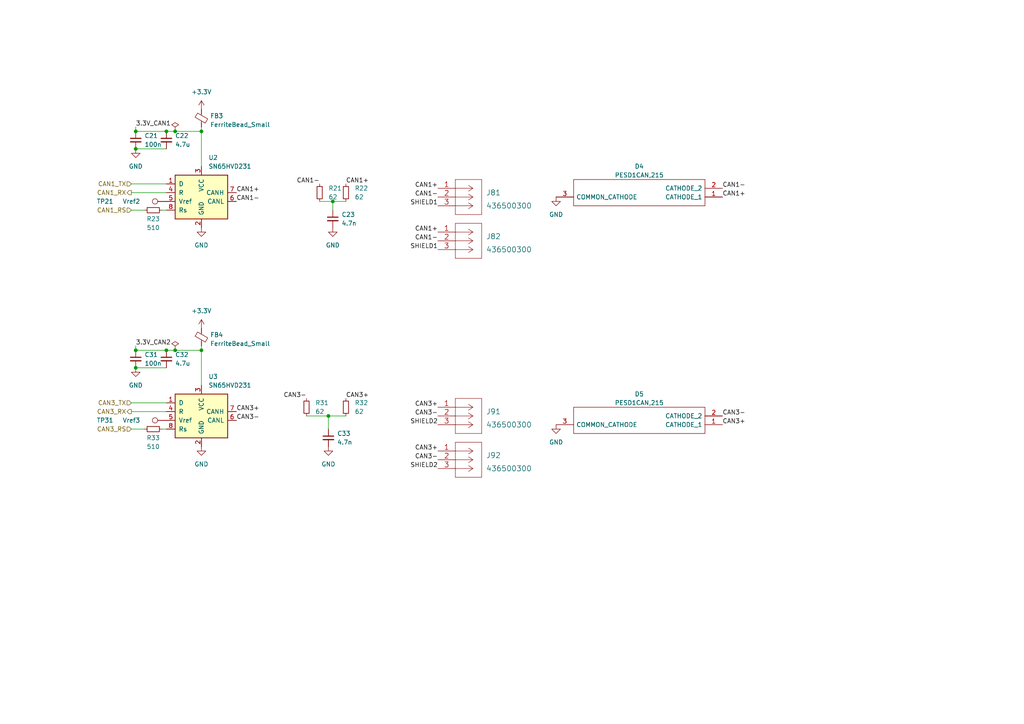
<source format=kicad_sch>
(kicad_sch (version 20230121) (generator eeschema)
  (paper "A4")
  (title_block (title "Telemetry RF module with CAN, GPS and IMU") (rev "1.0") (company "PUT Solar Dynamics") (comment 1 "Mateusz Czarnecki") (comment 2 "CAN bus transceivers"))
  (lib_symbols
    (symbol "Symbols_RF_module:436500300" (pin_names (offset 0.254) hide)
      (property "Reference" "J" (at 8.89 6.35 0))
      (property "Value" "436500300" (at 10.16 -2.54 0))
      (symbol "436500300_1_1"
        (polyline (pts (xy 5.08 -7.62) (xy 12.7 -7.62)) (stroke (width 0.127)))
        (polyline (pts (xy 5.08 2.54) (xy 5.08 -7.62)) (stroke (width 0.127)))
        (polyline (pts (xy 10.16 -5.08) (xy 5.08 -5.08)) (stroke (width 0.127)))
        (polyline (pts (xy 10.16 -5.08) (xy 8.89 -5.9182)) (stroke (width 0.127)))
        (polyline (pts (xy 10.16 -5.08) (xy 8.89 -4.2418)) (stroke (width 0.127)))
        (polyline (pts (xy 10.16 -2.54) (xy 5.08 -2.54)) (stroke (width 0.127)))
        (polyline (pts (xy 10.16 -2.54) (xy 8.89 -3.3782)) (stroke (width 0.127)))
        (polyline (pts (xy 10.16 -2.54) (xy 8.89 -1.7018)) (stroke (width 0.127)))
        (polyline (pts (xy 10.16 0) (xy 5.08 0)) (stroke (width 0.127)))
        (polyline (pts (xy 10.16 0) (xy 8.89 -0.8382)) (stroke (width 0.127)))
        (polyline (pts (xy 10.16 0) (xy 8.89 0.8382)) (stroke (width 0.127)))
        (polyline (pts (xy 12.7 -7.62) (xy 12.7 2.54)) (stroke (width 0.127)))
        (polyline (pts (xy 12.7 2.54) (xy 5.08 2.54)) (stroke (width 0.127)))
        (pin unspecified line (at 0 0 0) (length 5.08) (name "1") (number "1"))
        (pin unspecified line (at 0 -2.54 0) (length 5.08) (name "2") (number "2"))
        (pin unspecified line (at 0 -5.08 0) (length 5.08) (name "3") (number "3"))
      )
    )
    (symbol "Symbols_RF_module:C_Small" (pin_numbers hide) (pin_names (offset 0.254) hide)
      (property "Reference" "C" (at 0.254 1.778 0))
      (property "Value" "C_Small" (at 0.254 -2.032 0))
      (symbol "C_Small_0_1"
        (polyline (pts (xy -1.524 -0.508) (xy 1.524 -0.508)) (stroke (width 0.3302)))
        (polyline (pts (xy -1.524 0.508) (xy 1.524 0.508)) (stroke (width 0.3048)))
      )
      (symbol "C_Small_1_1"
        (pin passive line (at 0 2.54 270) (length 2.032) (name "~") (number "1"))
        (pin passive line (at 0 -2.54 90) (length 2.032) (name "~") (number "2"))
      )
    )
    (symbol "Symbols_RF_module:FerriteBead_Small" (pin_numbers hide) (pin_names (offset 0))
      (property "Reference" "FB" (at 1.905 1.27 0))
      (property "Value" "FerriteBead_Small" (at 1.905 -1.27 0))
      (symbol "FerriteBead_Small_0_1"
        (polyline (pts (xy 0 -1.27) (xy 0 -0.7874)))
        (polyline (pts (xy 0 0.889) (xy 0 1.2954)))
        (polyline (pts (xy -1.8288 0.2794) (xy -1.1176 1.4986) (xy 1.8288 -0.2032) (xy 1.1176 -1.4224) (xy -1.8288 0.2794)))
      )
      (symbol "FerriteBead_Small_1_1"
        (pin passive line (at 0 2.54 270) (length 1.27) (name "~") (number "1"))
        (pin passive line (at 0 -2.54 90) (length 1.27) (name "~") (number "2"))
      )
    )
    (symbol "Symbols_RF_module:PESD1CAN,215" (pin_names (offset 0.762))
      (property "Reference" "D" (at 44.45 7.62 0))
      (property "Value" "PESD1CAN,215" (at 44.45 5.08 0))
      (symbol "PESD1CAN,215_0_0"
        (pin passive line (at 0 0 0) (length 5.08) (name "CATHODE_1") (number "1"))
        (pin passive line (at 0 -2.54 0) (length 5.08) (name "CATHODE_2") (number "2"))
        (pin passive line (at 48.26 0 180) (length 5.08) (name "COMMON_CATHODE") (number "3"))
      )
      (symbol "PESD1CAN,215_0_1"
        (polyline (pts (xy 5.08 2.54) (xy 43.18 2.54) (xy 43.18 -5.08) (xy 5.08 -5.08) (xy 5.08 2.54)) (stroke (width 0.1524)))
      )
    )
    (symbol "Symbols_RF_module:R_Small" (pin_numbers hide) (pin_names (offset 0.254) hide)
      (property "Reference" "R" (at 0.762 0.508 0))
      (property "Value" "R_Small" (at 0.762 -1.016 0))
      (symbol "R_Small_0_1"
        (rectangle (start -0.762 1.778) (end 0.762 -1.778) (stroke (width 0.2032)))
      )
      (symbol "R_Small_1_1"
        (pin passive line (at 0 2.54 270) (length 0.762) (name "~") (number "1"))
        (pin passive line (at 0 -2.54 90) (length 0.762) (name "~") (number "2"))
      )
    )
    (symbol "Symbols_RF_module:SN65HVD231" (pin_names (offset 1.016))
      (property "Reference" "U" (at -2.54 10.16 0))
      (property "Value" "SN65HVD231" (at -2.54 7.62 0))
      (symbol "SN65HVD231_0_1"
        (rectangle (start -7.62 5.08) (end 7.62 -7.62) (stroke (width 0.254)) (fill (type background)))
      )
      (symbol "SN65HVD231_1_1"
        (pin input line (at -10.16 2.54 0) (length 2.54) (name "D") (number "1"))
        (pin power_in line (at 0 -10.16 90) (length 2.54) (name "GND") (number "2"))
        (pin power_in line (at 0 7.62 270) (length 2.54) (name "VCC") (number "3"))
        (pin output line (at -10.16 0 0) (length 2.54) (name "R") (number "4"))
        (pin output line (at -10.16 -2.54 0) (length 2.54) (name "Vref") (number "5"))
        (pin bidirectional line (at 10.16 -2.54 180) (length 2.54) (name "CANL") (number "6"))
        (pin bidirectional line (at 10.16 0 180) (length 2.54) (name "CANH") (number "7"))
        (pin input line (at -10.16 -5.08 0) (length 2.54) (name "Rs") (number "8"))
      )
    )
    (symbol "Symbols_RF_module:TestPoint" (pin_numbers hide) (pin_names (offset 0.762) hide)
      (property "Reference" "TP" (at 0 6.858 0))
      (property "Value" "TestPoint" (at 0 5.08 0))
      (symbol "TestPoint_0_1"
        (circle (center 0 3.302) (radius 0.762))
      )
      (symbol "TestPoint_1_1"
        (pin passive line (at 0 0 90) (length 2.54) (name "1") (number "1"))
      )
    )
    (symbol "power:+3.3V" (power) (pin_names (offset 0))
      (property "Value" "+3.3V" (at 0 3.556 0))
      (symbol "+3.3V_0_1"
        (polyline (pts (xy -0.762 1.27) (xy 0 2.54)))
        (polyline (pts (xy 0 0) (xy 0 2.54)))
        (polyline (pts (xy 0 2.54) (xy 0.762 1.27)))
      )
      (symbol "+3.3V_1_1"
        (pin power_in line (at 0 0 90) (length 0) hide (name "+3.3V") (number "1"))
      )
    )
    (symbol "power:GND" (power) (pin_names (offset 0))
      (property "Value" "GND" (at 0 -3.81 0))
      (symbol "GND_0_1"
        (polyline (pts (xy 0 0) (xy 0 -1.27) (xy 1.27 -1.27) (xy 0 -2.54) (xy -1.27 -1.27) (xy 0 -1.27)))
      )
      (symbol "GND_1_1"
        (pin power_in line (at 0 0 270) (length 0) hide (name "GND") (number "1"))
      )
    )
    (symbol "power:PWR_FLAG" (power) (pin_numbers hide) (pin_names (offset 0) hide)
      (property "Value" "PWR_FLAG" (at 0 3.81 0))
      (symbol "PWR_FLAG_0_0"
        (pin power_out line (at 0 0 90) (length 0) (name "pwr") (number "1"))
      )
      (symbol "PWR_FLAG_0_1"
        (polyline (pts (xy 0 0) (xy 0 1.27) (xy -1.016 1.905) (xy 0 2.54) (xy 1.016 1.905) (xy 0 1.27)))
      )
    )
  )
  (junction (at 39.37 38.1))
  (junction (at 95.25 120.65))
  (junction (at 96.52 58.42))
  (junction (at 50.8 38.1))
  (junction (at 50.8 101.6))
  (junction (at 39.37 101.6))
  (junction (at 39.37 43.18))
  (junction (at 58.42 101.6))
  (junction (at 48.26 101.6))
  (junction (at 48.26 38.1))
  (junction (at 58.42 38.1))
  (junction (at 39.37 106.68))
  (wire (pts (xy 50.8 38.1) (xy 58.42 38.1)))
  (wire (pts (xy 39.37 100.33) (xy 39.37 101.6)))
  (wire (pts (xy 39.37 106.68) (xy 48.26 106.68)))
  (wire (pts (xy 38.1 55.88) (xy 48.26 55.88)))
  (wire (pts (xy 39.37 36.83) (xy 39.37 38.1)))
  (wire (pts (xy 50.8 101.6) (xy 58.42 101.6)))
  (wire (pts (xy 38.1 53.34) (xy 48.26 53.34)))
  (wire (pts (xy 88.9 120.65) (xy 95.25 120.65)))
  (wire (pts (xy 39.37 38.1) (xy 48.26 38.1)))
  (wire (pts (xy 46.99 124.46) (xy 48.26 124.46)))
  (wire (pts (xy 58.42 38.1) (xy 58.42 48.26)))
  (wire (pts (xy 58.42 101.6) (xy 58.42 111.76)))
  (wire (pts (xy 48.26 38.1) (xy 50.8 38.1)))
  (wire (pts (xy 92.71 58.42) (xy 96.52 58.42)))
  (wire (pts (xy 95.25 120.65) (xy 100.33 120.65)))
  (wire (pts (xy 38.1 119.38) (xy 48.26 119.38)))
  (wire (pts (xy 95.25 120.65) (xy 95.25 124.46)))
  (wire (pts (xy 38.1 124.46) (xy 41.91 124.46)))
  (wire (pts (xy 96.52 58.42) (xy 100.33 58.42)))
  (wire (pts (xy 58.42 100.33) (xy 58.42 101.6)))
  (wire (pts (xy 48.26 101.6) (xy 50.8 101.6)))
  (wire (pts (xy 39.37 43.18) (xy 48.26 43.18)))
  (wire (pts (xy 46.99 60.96) (xy 48.26 60.96)))
  (wire (pts (xy 96.52 58.42) (xy 96.52 60.96)))
  (wire (pts (xy 38.1 60.96) (xy 41.91 60.96)))
  (wire (pts (xy 58.42 36.83) (xy 58.42 38.1)))
  (wire (pts (xy 38.1 116.84) (xy 48.26 116.84)))
  (wire (pts (xy 39.37 101.6) (xy 48.26 101.6)))
  (label "SHIELD1" (at 127 72.39 180))
  (label "CAN3-" (at 127 120.65 180))
  (label "CAN3-" (at 127 133.35 180))
  (label "CAN1-" (at 68.58 58.42 0))
  (label "CAN3+" (at 209.55 123.19 0))
  (label "CAN1+" (at 127 67.31 180))
  (label "CAN1-" (at 127 69.85 180))
  (label "SHIELD1" (at 127 59.69 180))
  (label "CAN3+" (at 100.33 115.57 0))
  (label "CAN1-" (at 92.71 53.34 180))
  (label "CAN1-" (at 127 57.15 180))
  (label "CAN1+" (at 127 54.61 180))
  (label "CAN3-" (at 209.55 120.65 0))
  (label "CAN3+" (at 127 118.11 180))
  (label "3.3V_CAN1" (at 39.37 36.83 0))
  (label "CAN3+" (at 127 130.81 180))
  (label "CAN1+" (at 100.33 53.34 0))
  (label "3.3V_CAN2" (at 39.37 100.33 0))
  (label "CAN3-" (at 88.9 115.57 180))
  (label "CAN1+" (at 209.55 57.15 0))
  (label "SHIELD2" (at 127 135.89 180))
  (label "CAN1+" (at 68.58 55.88 0))
  (label "CAN1-" (at 209.55 54.61 0))
  (label "CAN3-" (at 68.58 121.92 0))
  (label "CAN3+" (at 68.58 119.38 0))
  (label "SHIELD2" (at 127 123.19 180))
  (hierarchical_label "CAN3_TX" (shape input) (at 38.1 116.84 180))
  (hierarchical_label "CAN1_TX" (shape input) (at 38.1 53.34 180))
  (hierarchical_label "CAN1_RS" (shape input) (at 38.1 60.96 180))
  (hierarchical_label "CAN1_RX" (shape output) (at 38.1 55.88 180))
  (hierarchical_label "CAN3_RX" (shape output) (at 38.1 119.38 180))
  (hierarchical_label "CAN3_RS" (shape input) (at 38.1 124.46 180))
  (symbol (lib_id "Symbols_RF_module:PESD1CAN,215") (at 209.55 57.15 180) (unit 1)
    (property "Reference" "D4" (at 185.42 48.26 0))
    (property "Value" "PESD1CAN,215" (at 185.42 50.8 0))
    (property "Footprint" "SamacSys_Parts:SOT95P230X110-3N" (effects hide))
    (property "Datasheet" "https://assets.nexperia.com/documents/data-sheet/PESD1CAN.pdf" (effects hide))
    (property "Description" "Bi-Direct ESD protect diode,PESD1CAN NXP PESD1CAN,215, Bi-Directional TVS Diode Dual, 70V, 200W, 3-Pin TO-236AB" (effects hide))
    (property "Height" "1.1" (effects hide))
    (property "Mouser Part Number" "771-PESD1CAN-T/R" (effects hide))
    (property "Mouser Price/Stock" "https://www.mouser.co.uk/ProductDetail/Nexperia/PESD1CAN215?qs=LOCUfHb8d9vzREMT8aTFcw%3D%3D" (effects hide))
    (property "Manufacturer_Name" "Nexperia" (effects hide))
    (property "Manufacturer_Part_Number" "PESD1CAN,215" (effects hide))
  )
  (symbol (lib_id "power:+3.3V") (at 58.42 95.25 0) (unit 1)
    (property "Reference" "#PWR0142" (effects hide))
    (property "Value" "+3.3V" (at 58.42 90.17 0))
  )
  (symbol (lib_id "Symbols_RF_module:R_Small") (at 44.45 60.96 270) (unit 1)
    (property "Reference" "R23" (at 44.45 63.5 90))
    (property "Value" "510" (at 44.45 66.04 90))
    (property "Footprint" "Resistor_SMD:R_0603_1608Metric_Pad0.98x0.95mm_HandSolder" (effects hide))
  )
  (symbol (lib_id "Symbols_RF_module:TestPoint") (at 48.26 121.92 90) (unit 1) (in_bom no)
    (property "Reference" "TP31" (at 30.48 121.92 90))
    (property "Value" "Vref3" (at 38.1 121.92 90))
    (property "Footprint" "TestPoint:TestPoint_Pad_D2.0mm" (effects hide))
  )
  (symbol (lib_id "power:GND") (at 95.25 129.54 0) (unit 1)
    (property "Reference" "#PWR014" (effects hide))
    (property "Value" "GND" (at 95.25 134.62 0))
  )
  (symbol (lib_id "power:GND") (at 39.37 106.68 0) (unit 1)
    (property "Reference" "#PWR013" (effects hide))
    (property "Value" "GND" (at 39.37 111.76 0))
  )
  (symbol (lib_id "Symbols_RF_module:436500300") (at 127 67.31 0) (unit 1)
    (property "Reference" "J82" (at 140.97 68.58 0) (effects (font (size 1.524 1.524)) (justify left)))
    (property "Value" "436500300" (at 140.97 72.39 0) (effects (font (size 1.524 1.524)) (justify left)))
    (property "Footprint" "footprints:436500300" (effects hide))
  )
  (symbol (lib_id "Symbols_RF_module:436500300") (at 127 118.11 0) (unit 1)
    (property "Reference" "J91" (at 140.97 119.38 0) (effects (font (size 1.524 1.524)) (justify left)))
    (property "Value" "436500300" (at 140.97 123.19 0) (effects (font (size 1.524 1.524)) (justify left)))
    (property "Footprint" "footprints:436500300" (effects hide))
  )
  (symbol (lib_id "Symbols_RF_module:C_Small") (at 48.26 104.14 0) (unit 1)
    (property "Reference" "C32" (at 50.8 102.8762 0) (effects (justify left)))
    (property "Value" "4.7u" (at 50.8 105.4162 0) (effects (justify left)))
    (property "Footprint" "Capacitor_SMD:C_0603_1608Metric_Pad1.08x0.95mm_HandSolder" (effects hide))
  )
  (symbol (lib_id "power:GND") (at 58.42 129.54 0) (unit 1)
    (property "Reference" "#PWR0140" (effects hide))
    (property "Value" "GND" (at 58.42 134.62 0))
  )
  (symbol (lib_id "Symbols_RF_module:436500300") (at 127 54.61 0) (unit 1)
    (property "Reference" "J81" (at 140.97 55.88 0) (effects (font (size 1.524 1.524)) (justify left)))
    (property "Value" "436500300" (at 140.97 59.69 0) (effects (font (size 1.524 1.524)) (justify left)))
    (property "Footprint" "footprints:436500300" (effects hide))
  )
  (symbol (lib_id "Symbols_RF_module:FerriteBead_Small") (at 58.42 34.29 0) (unit 1)
    (property "Reference" "FB3" (at 60.96 33.6169 0) (effects (justify left)))
    (property "Value" "FerriteBead_Small" (at 60.96 36.1569 0) (effects (justify left)))
    (property "Footprint" "Inductor_SMD:L_0603_1608Metric_Pad1.05x0.95mm_HandSolder" (effects hide))
  )
  (symbol (lib_id "Symbols_RF_module:FerriteBead_Small") (at 58.42 97.79 0) (unit 1)
    (property "Reference" "FB4" (at 60.96 97.1169 0) (effects (justify left)))
    (property "Value" "FerriteBead_Small" (at 60.96 99.6569 0) (effects (justify left)))
    (property "Footprint" "Inductor_SMD:L_0603_1608Metric_Pad1.05x0.95mm_HandSolder" (effects hide))
  )
  (symbol (lib_id "Symbols_RF_module:R_Small") (at 92.71 55.88 0) (unit 1)
    (property "Reference" "R21" (at 95.25 54.6099 0) (effects (justify left)))
    (property "Value" "62" (at 95.25 57.1499 0) (effects (justify left)))
    (property "Footprint" "Resistor_SMD:R_0603_1608Metric_Pad0.98x0.95mm_HandSolder" (effects hide))
  )
  (symbol (lib_id "power:PWR_FLAG") (at 50.8 38.1 0) (unit 1)
    (property "Reference" "#FLG03" (effects hide))
    (property "Value" "PWR_FLAG" (effects hide))
    (instances (project "RF_module" (path "" (reference "#FLG03") (unit 1)) (path "" (reference "#FLG013") (unit 1))))
  )
  (symbol (lib_id "Symbols_RF_module:C_Small") (at 96.52 63.5 0) (unit 1)
    (property "Reference" "C23" (at 99.06 62.2362 0) (effects (justify left)))
    (property "Value" "4.7n" (at 99.06 64.7762 0) (effects (justify left)))
    (property "Footprint" "Capacitor_SMD:C_0603_1608Metric_Pad1.08x0.95mm_HandSolder" (effects hide))
  )
  (symbol (lib_id "Symbols_RF_module:C_Small") (at 95.25 127 0) (unit 1)
    (property "Reference" "C33" (at 97.79 125.7362 0) (effects (justify left)))
    (property "Value" "4.7n" (at 97.79 128.2762 0) (effects (justify left)))
    (property "Footprint" "Capacitor_SMD:C_0603_1608Metric_Pad1.08x0.95mm_HandSolder" (effects hide))
  )
  (symbol (lib_id "Symbols_RF_module:TestPoint") (at 48.26 58.42 90) (unit 1) (in_bom no)
    (property "Reference" "TP21" (at 30.48 58.42 90))
    (property "Value" "Vref2" (at 38.1 58.42 90))
    (property "Footprint" "TestPoint:TestPoint_Pad_D2.0mm" (effects hide))
  )
  (symbol (lib_id "Symbols_RF_module:R_Small") (at 44.45 124.46 270) (unit 1)
    (property "Reference" "R33" (at 44.45 127 90))
    (property "Value" "510" (at 44.45 129.54 90))
    (property "Footprint" "Resistor_SMD:R_0603_1608Metric_Pad0.98x0.95mm_HandSolder" (effects hide))
  )
  (symbol (lib_id "Symbols_RF_module:C_Small") (at 39.37 40.64 0) (unit 1)
    (property "Reference" "C21" (at 41.91 39.3762 0) (effects (justify left)))
    (property "Value" "100n" (at 41.91 41.9162 0) (effects (justify left)))
    (property "Footprint" "Capacitor_SMD:C_0603_1608Metric_Pad1.08x0.95mm_HandSolder" (effects hide))
  )
  (symbol (lib_id "power:GND") (at 39.37 43.18 0) (unit 1)
    (property "Reference" "#PWR012" (effects hide))
    (property "Value" "GND" (at 39.37 48.26 0))
  )
  (symbol (lib_id "power:PWR_FLAG") (at 50.8 101.6 0) (unit 1)
    (property "Reference" "#FLG03" (effects hide))
    (property "Value" "PWR_FLAG" (effects hide))
    (instances (project "RF_module" (path "" (reference "#FLG03") (unit 1)) (path "" (reference "#FLG014") (unit 1))))
  )
  (symbol (lib_id "Symbols_RF_module:PESD1CAN,215") (at 209.55 123.19 180) (unit 1)
    (property "Reference" "D5" (at 185.42 114.3 0))
    (property "Value" "PESD1CAN,215" (at 185.42 116.84 0))
    (property "Footprint" "SamacSys_Parts:SOT95P230X110-3N" (effects hide))
    (property "Datasheet" "https://assets.nexperia.com/documents/data-sheet/PESD1CAN.pdf" (effects hide))
    (property "Description" "Bi-Direct ESD protect diode,PESD1CAN NXP PESD1CAN,215, Bi-Directional TVS Diode Dual, 70V, 200W, 3-Pin TO-236AB" (effects hide))
    (property "Height" "1.1" (effects hide))
    (property "Mouser Part Number" "771-PESD1CAN-T/R" (effects hide))
    (property "Mouser Price/Stock" "https://www.mouser.co.uk/ProductDetail/Nexperia/PESD1CAN215?qs=LOCUfHb8d9vzREMT8aTFcw%3D%3D" (effects hide))
    (property "Manufacturer_Name" "Nexperia" (effects hide))
    (property "Manufacturer_Part_Number" "PESD1CAN,215" (effects hide))
  )
  (symbol (lib_id "Symbols_RF_module:C_Small") (at 48.26 40.64 0) (unit 1)
    (property "Reference" "C22" (at 50.8 39.3762 0) (effects (justify left)))
    (property "Value" "4.7u" (at 50.8 41.9162 0) (effects (justify left)))
    (property "Footprint" "Capacitor_SMD:C_0603_1608Metric_Pad1.08x0.95mm_HandSolder" (effects hide))
  )
  (symbol (lib_id "Symbols_RF_module:R_Small") (at 100.33 55.88 0) (unit 1)
    (property "Reference" "R22" (at 102.87 54.6099 0) (effects (justify left)))
    (property "Value" "62" (at 102.87 57.1499 0) (effects (justify left)))
    (property "Footprint" "Resistor_SMD:R_0603_1608Metric_Pad0.98x0.95mm_HandSolder" (effects hide))
  )
  (symbol (lib_id "power:+3.3V") (at 58.42 31.75 0) (unit 1)
    (property "Reference" "#PWR0141" (effects hide))
    (property "Value" "+3.3V" (at 58.42 26.67 0))
  )
  (symbol (lib_id "Symbols_RF_module:C_Small") (at 39.37 104.14 0) (unit 1)
    (property "Reference" "C31" (at 41.91 102.8762 0) (effects (justify left)))
    (property "Value" "100n" (at 41.91 105.4162 0) (effects (justify left)))
    (property "Footprint" "Capacitor_SMD:C_0603_1608Metric_Pad1.08x0.95mm_HandSolder" (effects hide))
  )
  (symbol (lib_id "power:GND") (at 96.52 66.04 0) (unit 1)
    (property "Reference" "#PWR015" (effects hide))
    (property "Value" "GND" (at 96.52 71.12 0))
  )
  (symbol (lib_id "Symbols_RF_module:SN65HVD231") (at 58.42 119.38 0) (unit 1)
    (property "Reference" "U3" (at 60.4394 109.22 0) (effects (justify left)))
    (property "Value" "SN65HVD231" (at 60.4394 111.76 0) (effects (justify left)))
    (property "Footprint" "Package_SO:SOIC-8_3.9x4.9mm_P1.27mm" (effects hide))
    (property "Datasheet" "http://www.ti.com/lit/ds/symlink/sn65hvd230.pdf" (effects hide))
  )
  (symbol (lib_id "Symbols_RF_module:SN65HVD231") (at 58.42 55.88 0) (unit 1)
    (property "Reference" "U2" (at 60.4394 45.72 0) (effects (justify left)))
    (property "Value" "SN65HVD231" (at 60.4394 48.26 0) (effects (justify left)))
    (property "Footprint" "Package_SO:SOIC-8_3.9x4.9mm_P1.27mm" (effects hide))
    (property "Datasheet" "http://www.ti.com/lit/ds/symlink/sn65hvd230.pdf" (effects hide))
  )
  (symbol (lib_id "Symbols_RF_module:436500300") (at 127 130.81 0) (unit 1)
    (property "Reference" "J92" (at 140.97 132.08 0) (effects (font (size 1.524 1.524)) (justify left)))
    (property "Value" "436500300" (at 140.97 135.89 0) (effects (font (size 1.524 1.524)) (justify left)))
    (property "Footprint" "footprints:436500300" (effects hide))
  )
  (symbol (lib_id "power:GND") (at 161.29 123.19 0) (unit 1)
    (property "Reference" "#PWR017" (effects hide))
    (property "Value" "GND" (at 161.29 128.27 0))
  )
  (symbol (lib_id "Symbols_RF_module:R_Small") (at 100.33 118.11 0) (unit 1)
    (property "Reference" "R32" (at 102.87 116.8399 0) (effects (justify left)))
    (property "Value" "62" (at 102.87 119.3799 0) (effects (justify left)))
    (property "Footprint" "Resistor_SMD:R_0603_1608Metric_Pad0.98x0.95mm_HandSolder" (effects hide))
  )
  (symbol (lib_id "Symbols_RF_module:R_Small") (at 88.9 118.11 0) (unit 1)
    (property "Reference" "R31" (at 91.44 116.8399 0) (effects (justify left)))
    (property "Value" "62" (at 91.44 119.3799 0) (effects (justify left)))
    (property "Footprint" "Resistor_SMD:R_0603_1608Metric_Pad0.98x0.95mm_HandSolder" (effects hide))
  )
  (symbol (lib_id "power:GND") (at 58.42 66.04 0) (unit 1)
    (property "Reference" "#PWR0139" (effects hide))
    (property "Value" "GND" (at 58.42 71.12 0))
  )
  (symbol (lib_id "power:GND") (at 161.29 57.15 0) (unit 1)
    (property "Reference" "#PWR016" (effects hide))
    (property "Value" "GND" (at 161.29 62.23 0))
  )
)
</source>
